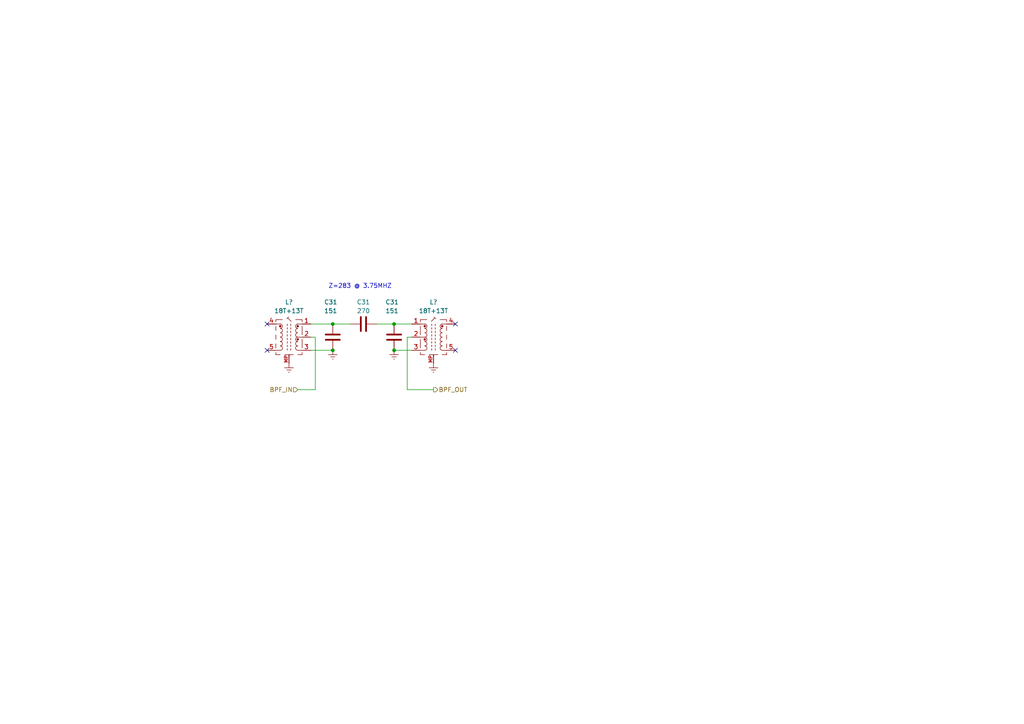
<source format=kicad_sch>
(kicad_sch (version 20230121) (generator eeschema)
  (paper "A4")
  (lib_symbols
    (symbol "Device:C" (pin_numbers hide) (pin_names (offset 0.254))
      (property "Reference" "C" (at 0.635 2.54 0))
      (property "Value" "C" (at 0.635 -2.54 0))
      (symbol "C_0_1"
        (polyline (pts (xy -2.032 -0.762) (xy 2.032 -0.762)) (stroke (width 0.508)))
        (polyline (pts (xy -2.032 0.762) (xy 2.032 0.762)) (stroke (width 0.508)))
      )
      (symbol "C_1_1"
        (pin passive line (at 0 3.81 270) (length 2.794) (name "~") (number "1"))
        (pin passive line (at 0 -3.81 90) (length 2.794) (name "~") (number "2"))
      )
    )
    (symbol "PhilsLibrary:L_Core_Ferrite_Coupled_12345" (pin_names (offset 0.254) hide)
      (property "Reference" "L" (at 0 7.493 0))
      (property "Value" "L_Core_Ferrite_Coupled_12345" (at 2.54 -15.24 0))
      (symbol "L_Core_Ferrite_Coupled_12345_0_1"
        (circle (center -2.54 3.175) (radius 0.254) (fill (type outline)))
        (polyline (pts (xy -3.81 -0.635) (xy -3.81 -3.175)))
        (polyline (pts (xy -3.81 3.175) (xy -3.81 0.635)))
        (polyline (pts (xy -3.81 3.81) (xy -2.54 3.81)))
        (polyline (pts (xy -2.54 -3.81) (xy -3.81 -3.81)))
        (polyline (pts (xy -2.54 0) (xy -3.81 0)))
        (polyline (pts (xy -1.27 -5.08) (xy 1.27 -5.08)))
        (polyline (pts (xy -0.508 -2.794) (xy -0.508 -2.286)))
        (polyline (pts (xy -0.508 -1.778) (xy -0.508 -1.27)))
        (polyline (pts (xy -0.508 -0.762) (xy -0.508 -0.254)))
        (polyline (pts (xy -0.508 0.254) (xy -0.508 0.762)))
        (polyline (pts (xy -0.508 1.27) (xy -0.508 1.778)))
        (polyline (pts (xy -0.508 2.286) (xy -0.508 2.794)))
        (polyline (pts (xy 0 -5.715) (xy 0 -5.08)))
        (polyline (pts (xy 0.508 -2.794) (xy 0.508 -2.286)))
        (polyline (pts (xy 0.508 -1.778) (xy 0.508 -1.27)))
        (polyline (pts (xy 0.508 -0.762) (xy 0.508 -0.254)))
        (polyline (pts (xy 0.508 0.254) (xy 0.508 0.762)))
        (polyline (pts (xy 0.508 1.27) (xy 0.508 1.778)))
        (polyline (pts (xy 0.508 2.286) (xy 0.508 2.794)))
        (polyline (pts (xy 2.54 -5.08) (xy 3.81 -5.08)))
        (polyline (pts (xy 3.81 -5.08) (xy 3.81 -4.445)))
        (polyline (pts (xy 3.81 -3.81) (xy 2.54 -3.81)))
        (polyline (pts (xy 3.81 -3.175) (xy 3.81 -1.905)))
        (polyline (pts (xy 3.81 -0.635) (xy 3.81 0.635)))
        (polyline (pts (xy 3.81 3.175) (xy 3.81 1.905)))
        (polyline (pts (xy 3.81 3.81) (xy 2.54 3.81)))
        (polyline (pts (xy -3.81 -4.445) (xy -3.81 -5.08) (xy -2.54 -5.08)))
        (polyline (pts (xy -3.81 4.445) (xy -3.81 5.08) (xy -1.905 5.08)))
        (polyline (pts (xy 3.81 4.445) (xy 3.81 5.08) (xy 1.905 5.08)))
        (polyline (pts (xy -0.635 4.572) (xy 0.381 5.588) (xy 0.635 5.334) (xy 0.127 5.842)))
        (arc (start 2.54 1.27) (mid 1.9077 0.635) (end 2.54 0))
        (circle (center 2.54 3.175) (radius 0.254) (fill (type outline)))
      )
      (symbol "L_Core_Ferrite_Coupled_12345_1_1"
        (arc (start -2.54 -3.81) (mid -1.9077 -3.175) (end -2.54 -2.54))
        (arc (start -2.54 -2.54) (mid -1.9077 -1.905) (end -2.54 -1.27))
        (arc (start -2.54 -1.27) (mid -1.9077 -0.635) (end -2.54 0))
        (circle (center -2.54 -0.635) (radius 0.254) (fill (type outline)))
        (arc (start -2.54 0) (mid -1.9077 0.635) (end -2.54 1.27))
        (arc (start -2.54 1.27) (mid -1.9077 1.905) (end -2.54 2.54))
        (arc (start -2.54 2.54) (mid -1.9077 3.175) (end -2.54 3.81))
        (polyline (pts (xy -0.508 -3.81) (xy -0.508 -3.302)))
        (polyline (pts (xy -0.508 3.302) (xy -0.508 3.81)))
        (polyline (pts (xy 0.508 -3.81) (xy 0.508 -3.302)))
        (polyline (pts (xy 0.508 3.302) (xy 0.508 3.81)))
        (arc (start 2.54 -2.54) (mid 1.9077 -3.175) (end 2.54 -3.81))
        (arc (start 2.54 -1.27) (mid 1.9077 -1.905) (end 2.54 -2.54))
        (arc (start 2.54 0) (mid 1.9077 -0.635) (end 2.54 -1.27))
        (arc (start 2.54 2.54) (mid 1.9077 1.905) (end 2.54 1.27))
        (arc (start 2.54 3.81) (mid 1.9077 3.175) (end 2.54 2.54))
        (pin passive line (at -6.35 3.81 0) (length 2.54) (name "1") (number "1"))
        (pin passive line (at -6.35 0 0) (length 2.54) (name "2") (number "2"))
        (pin passive line (at -6.35 -3.81 0) (length 2.54) (name "3") (number "3"))
        (pin passive line (at 6.35 3.81 180) (length 2.54) (name "4") (number "4"))
        (pin passive line (at 6.35 -3.81 180) (length 2.54) (name "5") (number "5"))
        (pin passive line (at 0 -7.62 90) (length 2.54) (name "MP") (number "MP"))
      )
    )
    (symbol "power:Earth" (power) (pin_names (offset 0))
      (symbol "Earth_0_1"
        (polyline (pts (xy -0.635 -1.905) (xy 0.635 -1.905)))
        (polyline (pts (xy -0.127 -2.54) (xy 0.127 -2.54)))
        (polyline (pts (xy 0 -1.27) (xy 0 0)))
        (polyline (pts (xy 1.27 -1.27) (xy -1.27 -1.27)))
      )
      (symbol "Earth_1_1"
        (pin power_in line (at 0 0 270) (length 0) hide (name "Earth") (number "1"))
      )
    )
  )
  (junction (at 96.52 93.98))
  (junction (at 114.3 101.6))
  (junction (at 96.52 101.6))
  (junction (at 114.3 93.98))
  (no_connect (at 132.08 101.6))
  (no_connect (at 132.08 93.98))
  (no_connect (at 77.47 93.98))
  (no_connect (at 77.47 101.6))
  (wire (pts (xy 125.73 113.03) (xy 118.11 113.03)))
  (wire (pts (xy 86.36 113.03) (xy 91.44 113.03)))
  (wire (pts (xy 91.44 113.03) (xy 91.44 97.79)))
  (wire (pts (xy 118.11 97.79) (xy 119.38 97.79)))
  (wire (pts (xy 118.11 113.03) (xy 118.11 97.79)))
  (wire (pts (xy 96.52 93.98) (xy 101.6 93.98)))
  (wire (pts (xy 114.3 101.6) (xy 119.38 101.6)))
  (wire (pts (xy 114.3 93.98) (xy 119.38 93.98)))
  (wire (pts (xy 109.22 93.98) (xy 114.3 93.98)))
  (wire (pts (xy 90.17 101.6) (xy 96.52 101.6)))
  (wire (pts (xy 90.17 93.98) (xy 96.52 93.98)))
  (wire (pts (xy 91.44 97.79) (xy 90.17 97.79)))
  (text "Z=283 @ 3.75MHZ" (at 95.25 83.82 0) (effects (font (size 1.27 1.27)) (justify left bottom)))
  (hierarchical_label "BPF_IN" (shape input) (at 86.36 113.03 180))
  (hierarchical_label "BPF_OUT" (shape output) (at 125.73 113.03 0))
  (symbol (lib_id "Device:C") (at 114.3 97.79 180) (unit 1)
    (property "Reference" "C31" (at 111.76 87.63 0) (effects (justify right)))
    (property "Value" "151" (at 111.76 90.17 0) (effects (justify right)))
    (property "Footprint" "Capacitor_SMD:C_0805_2012Metric" (effects hide))
    (instances (project "Mixers" (path "" (reference "C31") (unit 1)) (path "" (reference "C6") (unit 1)) (path "" (reference "C21") (unit 1)) (path "" (reference "C34") (unit 1))))
  )
  (symbol (lib_id "power:Earth") (at 96.52 101.6 0) (unit 1)
    (property "Reference" "#PWR064" (effects hide))
    (property "Value" "Earth" (effects hide))
  )
  (symbol (lib_id "power:Earth") (at 114.3 101.6 0) (unit 1)
    (property "Reference" "#PWR065" (effects hide))
    (property "Value" "Earth" (effects hide))
  )
  (symbol (lib_id "PhilsLibrary:L_Core_Ferrite_Coupled_12345") (at 83.82 97.79 0) (mirror y) (unit 1)
    (property "Reference" "L?" (at 83.82 87.63 0))
    (property "Value" "18T+13T" (at 83.82 90.17 0))
    (property "Footprint" "PhilsFootprintLibrary:L_Coilcraft_Slot7_15" (effects hide))
    (instances (project "Mixers" (path "" (reference "L?") (unit 1)) (path "" (reference "L5") (unit 1)) (path "" (reference "L10") (unit 1)) (path "" (reference "L10") (unit 1))))
  )
  (symbol (lib_id "Device:C") (at 105.41 93.98 270) (unit 1)
    (property "Reference" "C31" (at 105.41 87.63 90))
    (property "Value" "270" (at 105.41 90.17 90))
    (property "Footprint" "Capacitor_SMD:C_0805_2012Metric" (effects hide))
    (instances (project "Mixers" (path "" (reference "C31") (unit 1)) (path "" (reference "C6") (unit 1)) (path "" (reference "C21") (unit 1)) (path "" (reference "C33") (unit 1))))
  )
  (symbol (lib_id "Device:C") (at 96.52 97.79 180) (unit 1)
    (property "Reference" "C31" (at 93.98 87.63 0) (effects (justify right)))
    (property "Value" "151" (at 93.98 90.17 0) (effects (justify right)))
    (property "Footprint" "Capacitor_SMD:C_0805_2012Metric" (effects hide))
    (instances (project "Mixers" (path "" (reference "C31") (unit 1)) (path "" (reference "C6") (unit 1)) (path "" (reference "C21") (unit 1)) (path "" (reference "C32") (unit 1))))
  )
  (symbol (lib_id "power:Earth") (at 125.73 105.41 0) (unit 1)
    (property "Reference" "#PWR066" (effects hide))
    (property "Value" "Earth" (effects hide))
  )
  (symbol (lib_id "power:Earth") (at 83.82 105.41 0) (unit 1)
    (property "Reference" "#PWR063" (effects hide))
    (property "Value" "Earth" (effects hide))
  )
  (symbol (lib_id "PhilsLibrary:L_Core_Ferrite_Coupled_12345") (at 125.73 97.79 0) (unit 1)
    (property "Reference" "L?" (at 125.73 87.63 0))
    (property "Value" "18T+13T" (at 125.73 90.17 0))
    (property "Footprint" "PhilsFootprintLibrary:L_Coilcraft_Slot7_15" (effects hide))
    (instances (project "Mixers" (path "" (reference "L?") (unit 1)) (path "" (reference "L5") (unit 1)) (path "" (reference "L10") (unit 1)) (path "" (reference "L11") (unit 1))))
  )
)
</source>
